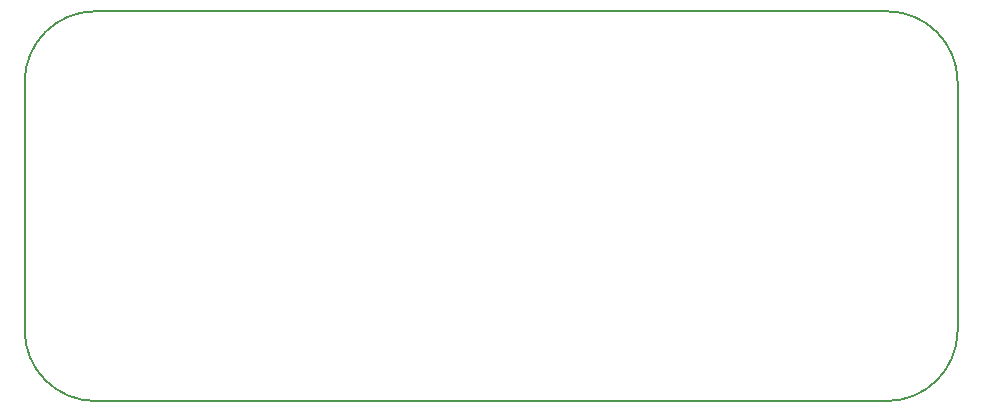
<source format=gbr>
%TF.GenerationSoftware,Altium Limited,Altium Designer,21.3.2 (30)*%
G04 Layer_Color=16711935*
%FSLAX45Y45*%
%MOMM*%
%TF.SameCoordinates,A53E8B12-5703-4EC1-9ACC-F1C4DEFA11C2*%
%TF.FilePolarity,Positive*%
%TF.FileFunction,Other,Mechanical_1*%
%TF.Part,Single*%
G01*
G75*
%TA.AperFunction,NonConductor*%
%ADD28C,0.20000*%
D28*
X7800000Y400000D02*
G03*
X8400000Y1000000I0J600000D01*
G01*
Y3100000D02*
G03*
X7800000Y3700000I-600000J0D01*
G01*
X1100000D02*
G03*
X500000Y3100000I0J-600000D01*
G01*
Y1000000D02*
G03*
X1100000Y400000I600000J0D01*
G01*
X8400000Y1000000D02*
Y3100000D01*
X1100000Y3700000D02*
X7800000D01*
X500000Y1000000D02*
Y3100000D01*
X1100000Y400000D02*
X7800000D01*
%TF.MD5,6a2ecc5e1e0512417f9520815803cf71*%
M02*

</source>
